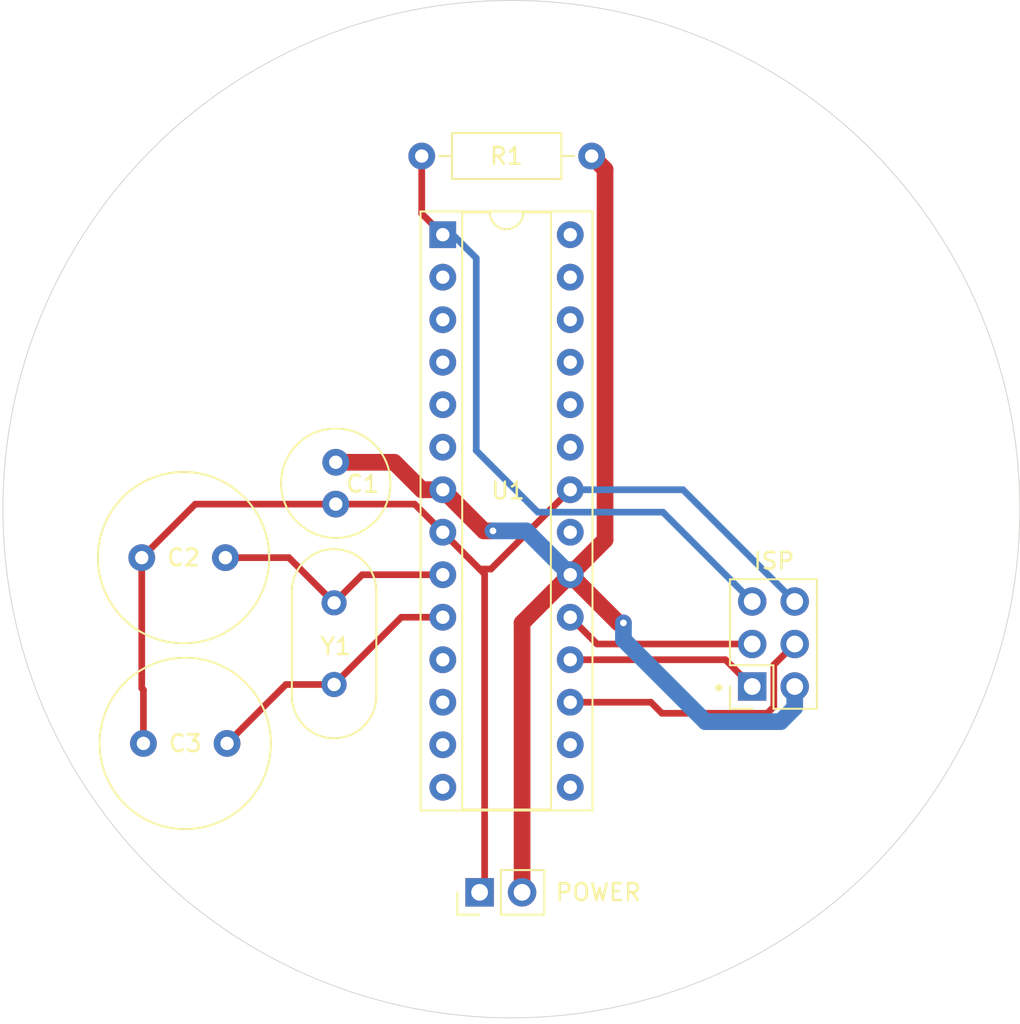
<source format=kicad_pcb>
(kicad_pcb (version 20171130) (host pcbnew "(5.1.8-0-10_14)")

  (general
    (thickness 1.6)
    (drawings 5)
    (tracks 62)
    (zones 0)
    (modules 12)
    (nets 9)
  )

  (page A4)
  (layers
    (0 F.Cu signal)
    (31 B.Cu signal)
    (32 B.Adhes user hide)
    (33 F.Adhes user hide)
    (34 B.Paste user hide)
    (35 F.Paste user hide)
    (36 B.SilkS user)
    (37 F.SilkS user)
    (38 B.Mask user hide)
    (39 F.Mask user hide)
    (40 Dwgs.User user hide)
    (41 Cmts.User user hide)
    (42 Eco1.User user hide)
    (43 Eco2.User user hide)
    (44 Edge.Cuts user)
    (45 Margin user)
    (46 B.CrtYd user hide)
    (47 F.CrtYd user hide)
    (48 B.Fab user hide)
    (49 F.Fab user hide)
  )

  (setup
    (last_trace_width 0.4)
    (trace_clearance 0.2)
    (zone_clearance 0.508)
    (zone_45_only no)
    (trace_min 0.2)
    (via_size 0.8)
    (via_drill 0.4)
    (via_min_size 0.4)
    (via_min_drill 0.3)
    (uvia_size 0.3)
    (uvia_drill 0.1)
    (uvias_allowed no)
    (uvia_min_size 0.2)
    (uvia_min_drill 0.1)
    (edge_width 0.05)
    (segment_width 0.2)
    (pcb_text_width 0.3)
    (pcb_text_size 1.5 1.5)
    (mod_edge_width 0.12)
    (mod_text_size 1 1)
    (mod_text_width 0.15)
    (pad_size 1.524 1.524)
    (pad_drill 0.762)
    (pad_to_mask_clearance 0)
    (aux_axis_origin 0 0)
    (visible_elements FFFFFF7F)
    (pcbplotparams
      (layerselection 0x010fc_ffffffff)
      (usegerberextensions false)
      (usegerberattributes true)
      (usegerberadvancedattributes true)
      (creategerberjobfile true)
      (excludeedgelayer true)
      (linewidth 0.100000)
      (plotframeref false)
      (viasonmask false)
      (mode 1)
      (useauxorigin false)
      (hpglpennumber 1)
      (hpglpenspeed 20)
      (hpglpendiameter 15.000000)
      (psnegative false)
      (psa4output false)
      (plotreference true)
      (plotvalue true)
      (plotinvisibletext false)
      (padsonsilk false)
      (subtractmaskfromsilk false)
      (outputformat 1)
      (mirror false)
      (drillshape 1)
      (scaleselection 1)
      (outputdirectory ""))
  )

  (net 0 "")
  (net 1 GND)
  (net 2 +5V)
  (net 3 "Net-(C2-Pad2)")
  (net 4 "Net-(C3-Pad2)")
  (net 5 /RESET)
  (net 6 /MOSI)
  (net 7 /SCK)
  (net 8 /MISO)

  (net_class Default "This is the default net class."
    (clearance 0.2)
    (trace_width 0.4)
    (via_dia 0.8)
    (via_drill 0.4)
    (uvia_dia 0.3)
    (uvia_drill 0.1)
    (add_net +5V)
    (add_net /MISO)
    (add_net /MOSI)
    (add_net /RESET)
    (add_net /SCK)
    (add_net GND)
    (add_net "Net-(C2-Pad2)")
    (add_net "Net-(C3-Pad2)")
    (add_net "Net-(U1-Pad11)")
    (add_net "Net-(U1-Pad12)")
    (add_net "Net-(U1-Pad13)")
    (add_net "Net-(U1-Pad14)")
    (add_net "Net-(U1-Pad15)")
    (add_net "Net-(U1-Pad16)")
    (add_net "Net-(U1-Pad2)")
    (add_net "Net-(U1-Pad21)")
    (add_net "Net-(U1-Pad23)")
    (add_net "Net-(U1-Pad24)")
    (add_net "Net-(U1-Pad25)")
    (add_net "Net-(U1-Pad26)")
    (add_net "Net-(U1-Pad27)")
    (add_net "Net-(U1-Pad28)")
    (add_net "Net-(U1-Pad3)")
    (add_net "Net-(U1-Pad4)")
    (add_net "Net-(U1-Pad5)")
    (add_net "Net-(U1-Pad6)")
  )

  (net_class PWR ""
    (clearance 0.2)
    (trace_width 1)
    (via_dia 0.8)
    (via_drill 0.4)
    (uvia_dia 0.3)
    (uvia_drill 0.1)
  )

  (module MountingHole:MountingHole_3.2mm_M3 (layer F.Cu) (tedit 56D1B4CB) (tstamp 615CEC98)
    (at 129.5 72.1)
    (descr "Mounting Hole 3.2mm, no annular, M3")
    (tags "mounting hole 3.2mm no annular m3")
    (path /6162CBFC)
    (attr virtual)
    (fp_text reference H4 (at 0 -4.2) (layer F.Fab)
      (effects (font (size 1 1) (thickness 0.15)))
    )
    (fp_text value MountingHole (at 0 4.2) (layer F.Fab)
      (effects (font (size 1 1) (thickness 0.15)))
    )
    (fp_circle (center 0 0) (end 3.45 0) (layer F.CrtYd) (width 0.05))
    (fp_circle (center 0 0) (end 3.2 0) (layer Cmts.User) (width 0.15))
    (fp_text user %R (at 0.3 0) (layer F.Fab)
      (effects (font (size 1 1) (thickness 0.15)))
    )
    (pad 1 np_thru_hole circle (at 0 0) (size 3.2 3.2) (drill 3.2) (layers *.Cu *.Mask))
  )

  (module MountingHole:MountingHole_3.2mm_M3 (layer F.Cu) (tedit 56D1B4CB) (tstamp 615CEE24)
    (at 183.4 72.1)
    (descr "Mounting Hole 3.2mm, no annular, M3")
    (tags "mounting hole 3.2mm no annular m3")
    (path /6162CBA7)
    (attr virtual)
    (fp_text reference H3 (at 0 -4.2) (layer F.Fab)
      (effects (font (size 1 1) (thickness 0.15)))
    )
    (fp_text value MountingHole (at 0 4.2) (layer F.Fab)
      (effects (font (size 1 1) (thickness 0.15)))
    )
    (fp_circle (center 0 0) (end 3.45 0) (layer F.CrtYd) (width 0.05))
    (fp_circle (center 0 0) (end 3.2 0) (layer Cmts.User) (width 0.15))
    (fp_text user %R (at 0.3 0) (layer F.Fab)
      (effects (font (size 1 1) (thickness 0.15)))
    )
    (pad 1 np_thru_hole circle (at 0 0) (size 3.2 3.2) (drill 3.2) (layers *.Cu *.Mask))
  )

  (module MountingHole:MountingHole_3.2mm_M3 (layer F.Cu) (tedit 56D1B4CB) (tstamp 615CEC88)
    (at 156.9 45.4)
    (descr "Mounting Hole 3.2mm, no annular, M3")
    (tags "mounting hole 3.2mm no annular m3")
    (path /6162C8FF)
    (attr virtual)
    (fp_text reference H2 (at 0 -4.2) (layer F.Fab)
      (effects (font (size 1 1) (thickness 0.15)))
    )
    (fp_text value MountingHole (at 0 4.2) (layer F.Fab)
      (effects (font (size 1 1) (thickness 0.15)))
    )
    (fp_circle (center 0 0) (end 3.45 0) (layer F.CrtYd) (width 0.05))
    (fp_circle (center 0 0) (end 3.2 0) (layer Cmts.User) (width 0.15))
    (fp_text user %R (at 0.3 0) (layer F.Fab)
      (effects (font (size 1 1) (thickness 0.15)))
    )
    (pad 1 np_thru_hole circle (at 0 0) (size 3.2 3.2) (drill 3.2) (layers *.Cu *.Mask))
  )

  (module MountingHole:MountingHole_3.2mm_M3 (layer F.Cu) (tedit 56D1B4CB) (tstamp 615CEC80)
    (at 156.9 99.4)
    (descr "Mounting Hole 3.2mm, no annular, M3")
    (tags "mounting hole 3.2mm no annular m3")
    (path /6162C3BB)
    (attr virtual)
    (fp_text reference H1 (at 0 -4.2) (layer F.Fab)
      (effects (font (size 1 1) (thickness 0.15)))
    )
    (fp_text value MountingHole (at 0 4.2) (layer F.Fab)
      (effects (font (size 1 1) (thickness 0.15)))
    )
    (fp_circle (center 0 0) (end 3.45 0) (layer F.CrtYd) (width 0.05))
    (fp_circle (center 0 0) (end 3.2 0) (layer Cmts.User) (width 0.15))
    (fp_text user %R (at 0.3 0) (layer F.Fab)
      (effects (font (size 1 1) (thickness 0.15)))
    )
    (pad 1 np_thru_hole circle (at 0 0) (size 3.2 3.2) (drill 3.2) (layers *.Cu *.Mask))
  )

  (module Connector_PinHeader_2.54mm:PinHeader_1x02_P2.54mm_Vertical (layer F.Cu) (tedit 59FED5CC) (tstamp 615CDF81)
    (at 154.7 95 90)
    (descr "Through hole straight pin header, 1x02, 2.54mm pitch, single row")
    (tags "Through hole pin header THT 1x02 2.54mm single row")
    (path /6161A42A)
    (fp_text reference J2 (at 0 -2.8 180) (layer F.Fab)
      (effects (font (size 1 1) (thickness 0.15)))
    )
    (fp_text value PWR (at 0 4.87 90) (layer F.Fab)
      (effects (font (size 1 1) (thickness 0.15)))
    )
    (fp_line (start 1.8 -1.8) (end -1.8 -1.8) (layer F.CrtYd) (width 0.05))
    (fp_line (start 1.8 4.35) (end 1.8 -1.8) (layer F.CrtYd) (width 0.05))
    (fp_line (start -1.8 4.35) (end 1.8 4.35) (layer F.CrtYd) (width 0.05))
    (fp_line (start -1.8 -1.8) (end -1.8 4.35) (layer F.CrtYd) (width 0.05))
    (fp_line (start -1.33 -1.33) (end 0 -1.33) (layer F.SilkS) (width 0.12))
    (fp_line (start -1.33 0) (end -1.33 -1.33) (layer F.SilkS) (width 0.12))
    (fp_line (start -1.33 1.27) (end 1.33 1.27) (layer F.SilkS) (width 0.12))
    (fp_line (start 1.33 1.27) (end 1.33 3.87) (layer F.SilkS) (width 0.12))
    (fp_line (start -1.33 1.27) (end -1.33 3.87) (layer F.SilkS) (width 0.12))
    (fp_line (start -1.33 3.87) (end 1.33 3.87) (layer F.SilkS) (width 0.12))
    (fp_line (start -1.27 -0.635) (end -0.635 -1.27) (layer F.Fab) (width 0.1))
    (fp_line (start -1.27 3.81) (end -1.27 -0.635) (layer F.Fab) (width 0.1))
    (fp_line (start 1.27 3.81) (end -1.27 3.81) (layer F.Fab) (width 0.1))
    (fp_line (start 1.27 -1.27) (end 1.27 3.81) (layer F.Fab) (width 0.1))
    (fp_line (start -0.635 -1.27) (end 1.27 -1.27) (layer F.Fab) (width 0.1))
    (fp_text user %R (at 0 1.27) (layer F.Fab)
      (effects (font (size 1 1) (thickness 0.15)))
    )
    (pad 2 thru_hole oval (at 0 2.54 90) (size 1.7 1.7) (drill 1) (layers *.Cu *.Mask)
      (net 2 +5V))
    (pad 1 thru_hole rect (at 0 0 90) (size 1.7 1.7) (drill 1) (layers *.Cu *.Mask)
      (net 1 GND))
    (model ${KISYS3DMOD}/Connector_PinHeader_2.54mm.3dshapes/PinHeader_1x02_P2.54mm_Vertical.wrl
      (at (xyz 0 0 0))
      (scale (xyz 1 1 1))
      (rotate (xyz 0 0 0))
    )
  )

  (module Crystal:Crystal_HC49-U_Vertical (layer F.Cu) (tedit 5A1AD3B8) (tstamp 615CD63B)
    (at 146 77.7 270)
    (descr "Crystal THT HC-49/U http://5hertz.com/pdfs/04404_D.pdf")
    (tags "THT crystalHC-49/U")
    (path /615EDB3E)
    (fp_text reference Y1 (at 2.6 -0.1 180) (layer F.SilkS)
      (effects (font (size 1 1) (thickness 0.15)))
    )
    (fp_text value Crystal (at 2.44 3.525 90) (layer F.Fab)
      (effects (font (size 1 1) (thickness 0.15)))
    )
    (fp_line (start 8.4 -2.8) (end -3.5 -2.8) (layer F.CrtYd) (width 0.05))
    (fp_line (start 8.4 2.8) (end 8.4 -2.8) (layer F.CrtYd) (width 0.05))
    (fp_line (start -3.5 2.8) (end 8.4 2.8) (layer F.CrtYd) (width 0.05))
    (fp_line (start -3.5 -2.8) (end -3.5 2.8) (layer F.CrtYd) (width 0.05))
    (fp_line (start -0.685 2.525) (end 5.565 2.525) (layer F.SilkS) (width 0.12))
    (fp_line (start -0.685 -2.525) (end 5.565 -2.525) (layer F.SilkS) (width 0.12))
    (fp_line (start -0.56 2) (end 5.44 2) (layer F.Fab) (width 0.1))
    (fp_line (start -0.56 -2) (end 5.44 -2) (layer F.Fab) (width 0.1))
    (fp_line (start -0.685 2.325) (end 5.565 2.325) (layer F.Fab) (width 0.1))
    (fp_line (start -0.685 -2.325) (end 5.565 -2.325) (layer F.Fab) (width 0.1))
    (fp_arc (start 5.565 0) (end 5.565 -2.525) (angle 180) (layer F.SilkS) (width 0.12))
    (fp_arc (start -0.685 0) (end -0.685 -2.525) (angle -180) (layer F.SilkS) (width 0.12))
    (fp_arc (start 5.44 0) (end 5.44 -2) (angle 180) (layer F.Fab) (width 0.1))
    (fp_arc (start -0.56 0) (end -0.56 -2) (angle -180) (layer F.Fab) (width 0.1))
    (fp_arc (start 5.565 0) (end 5.565 -2.325) (angle 180) (layer F.Fab) (width 0.1))
    (fp_arc (start -0.685 0) (end -0.685 -2.325) (angle -180) (layer F.Fab) (width 0.1))
    (fp_text user %R (at 2.44 0 90) (layer F.Fab)
      (effects (font (size 1 1) (thickness 0.15)))
    )
    (pad 2 thru_hole circle (at 4.88 0 270) (size 1.5 1.5) (drill 0.8) (layers *.Cu *.Mask)
      (net 4 "Net-(C3-Pad2)"))
    (pad 1 thru_hole circle (at 0 0 270) (size 1.5 1.5) (drill 0.8) (layers *.Cu *.Mask)
      (net 3 "Net-(C2-Pad2)"))
    (model ${KISYS3DMOD}/Crystal.3dshapes/Crystal_HC49-U_Vertical.wrl
      (at (xyz 0 0 0))
      (scale (xyz 1 1 1))
      (rotate (xyz 0 0 0))
    )
  )

  (module Package_DIP:DIP-28_W7.62mm_Socket (layer F.Cu) (tedit 5A02E8C5) (tstamp 615CD624)
    (at 152.5 55.7)
    (descr "28-lead though-hole mounted DIP package, row spacing 7.62 mm (300 mils), Socket")
    (tags "THT DIP DIL PDIP 2.54mm 7.62mm 300mil Socket")
    (path /615C7671)
    (fp_text reference U1 (at 3.9 15.3) (layer F.SilkS)
      (effects (font (size 1 1) (thickness 0.15)))
    )
    (fp_text value ATmega328P-PU (at 3.81 35.35) (layer F.Fab)
      (effects (font (size 1 1) (thickness 0.15)))
    )
    (fp_line (start 9.15 -1.6) (end -1.55 -1.6) (layer F.CrtYd) (width 0.05))
    (fp_line (start 9.15 34.65) (end 9.15 -1.6) (layer F.CrtYd) (width 0.05))
    (fp_line (start -1.55 34.65) (end 9.15 34.65) (layer F.CrtYd) (width 0.05))
    (fp_line (start -1.55 -1.6) (end -1.55 34.65) (layer F.CrtYd) (width 0.05))
    (fp_line (start 8.95 -1.39) (end -1.33 -1.39) (layer F.SilkS) (width 0.12))
    (fp_line (start 8.95 34.41) (end 8.95 -1.39) (layer F.SilkS) (width 0.12))
    (fp_line (start -1.33 34.41) (end 8.95 34.41) (layer F.SilkS) (width 0.12))
    (fp_line (start -1.33 -1.39) (end -1.33 34.41) (layer F.SilkS) (width 0.12))
    (fp_line (start 6.46 -1.33) (end 4.81 -1.33) (layer F.SilkS) (width 0.12))
    (fp_line (start 6.46 34.35) (end 6.46 -1.33) (layer F.SilkS) (width 0.12))
    (fp_line (start 1.16 34.35) (end 6.46 34.35) (layer F.SilkS) (width 0.12))
    (fp_line (start 1.16 -1.33) (end 1.16 34.35) (layer F.SilkS) (width 0.12))
    (fp_line (start 2.81 -1.33) (end 1.16 -1.33) (layer F.SilkS) (width 0.12))
    (fp_line (start 8.89 -1.33) (end -1.27 -1.33) (layer F.Fab) (width 0.1))
    (fp_line (start 8.89 34.35) (end 8.89 -1.33) (layer F.Fab) (width 0.1))
    (fp_line (start -1.27 34.35) (end 8.89 34.35) (layer F.Fab) (width 0.1))
    (fp_line (start -1.27 -1.33) (end -1.27 34.35) (layer F.Fab) (width 0.1))
    (fp_line (start 0.635 -0.27) (end 1.635 -1.27) (layer F.Fab) (width 0.1))
    (fp_line (start 0.635 34.29) (end 0.635 -0.27) (layer F.Fab) (width 0.1))
    (fp_line (start 6.985 34.29) (end 0.635 34.29) (layer F.Fab) (width 0.1))
    (fp_line (start 6.985 -1.27) (end 6.985 34.29) (layer F.Fab) (width 0.1))
    (fp_line (start 1.635 -1.27) (end 6.985 -1.27) (layer F.Fab) (width 0.1))
    (fp_text user %R (at 3.81 16.51) (layer F.Fab)
      (effects (font (size 1 1) (thickness 0.15)))
    )
    (fp_arc (start 3.81 -1.33) (end 2.81 -1.33) (angle -180) (layer F.SilkS) (width 0.12))
    (pad 28 thru_hole oval (at 7.62 0) (size 1.6 1.6) (drill 0.8) (layers *.Cu *.Mask))
    (pad 14 thru_hole oval (at 0 33.02) (size 1.6 1.6) (drill 0.8) (layers *.Cu *.Mask))
    (pad 27 thru_hole oval (at 7.62 2.54) (size 1.6 1.6) (drill 0.8) (layers *.Cu *.Mask))
    (pad 13 thru_hole oval (at 0 30.48) (size 1.6 1.6) (drill 0.8) (layers *.Cu *.Mask))
    (pad 26 thru_hole oval (at 7.62 5.08) (size 1.6 1.6) (drill 0.8) (layers *.Cu *.Mask))
    (pad 12 thru_hole oval (at 0 27.94) (size 1.6 1.6) (drill 0.8) (layers *.Cu *.Mask))
    (pad 25 thru_hole oval (at 7.62 7.62) (size 1.6 1.6) (drill 0.8) (layers *.Cu *.Mask))
    (pad 11 thru_hole oval (at 0 25.4) (size 1.6 1.6) (drill 0.8) (layers *.Cu *.Mask))
    (pad 24 thru_hole oval (at 7.62 10.16) (size 1.6 1.6) (drill 0.8) (layers *.Cu *.Mask))
    (pad 10 thru_hole oval (at 0 22.86) (size 1.6 1.6) (drill 0.8) (layers *.Cu *.Mask)
      (net 4 "Net-(C3-Pad2)"))
    (pad 23 thru_hole oval (at 7.62 12.7) (size 1.6 1.6) (drill 0.8) (layers *.Cu *.Mask))
    (pad 9 thru_hole oval (at 0 20.32) (size 1.6 1.6) (drill 0.8) (layers *.Cu *.Mask)
      (net 3 "Net-(C2-Pad2)"))
    (pad 22 thru_hole oval (at 7.62 15.24) (size 1.6 1.6) (drill 0.8) (layers *.Cu *.Mask)
      (net 1 GND))
    (pad 8 thru_hole oval (at 0 17.78) (size 1.6 1.6) (drill 0.8) (layers *.Cu *.Mask)
      (net 1 GND))
    (pad 21 thru_hole oval (at 7.62 17.78) (size 1.6 1.6) (drill 0.8) (layers *.Cu *.Mask))
    (pad 7 thru_hole oval (at 0 15.24) (size 1.6 1.6) (drill 0.8) (layers *.Cu *.Mask)
      (net 2 +5V))
    (pad 20 thru_hole oval (at 7.62 20.32) (size 1.6 1.6) (drill 0.8) (layers *.Cu *.Mask)
      (net 2 +5V))
    (pad 6 thru_hole oval (at 0 12.7) (size 1.6 1.6) (drill 0.8) (layers *.Cu *.Mask))
    (pad 19 thru_hole oval (at 7.62 22.86) (size 1.6 1.6) (drill 0.8) (layers *.Cu *.Mask)
      (net 7 /SCK))
    (pad 5 thru_hole oval (at 0 10.16) (size 1.6 1.6) (drill 0.8) (layers *.Cu *.Mask))
    (pad 18 thru_hole oval (at 7.62 25.4) (size 1.6 1.6) (drill 0.8) (layers *.Cu *.Mask)
      (net 8 /MISO))
    (pad 4 thru_hole oval (at 0 7.62) (size 1.6 1.6) (drill 0.8) (layers *.Cu *.Mask))
    (pad 17 thru_hole oval (at 7.62 27.94) (size 1.6 1.6) (drill 0.8) (layers *.Cu *.Mask)
      (net 6 /MOSI))
    (pad 3 thru_hole oval (at 0 5.08) (size 1.6 1.6) (drill 0.8) (layers *.Cu *.Mask))
    (pad 16 thru_hole oval (at 7.62 30.48) (size 1.6 1.6) (drill 0.8) (layers *.Cu *.Mask))
    (pad 2 thru_hole oval (at 0 2.54) (size 1.6 1.6) (drill 0.8) (layers *.Cu *.Mask))
    (pad 15 thru_hole oval (at 7.62 33.02) (size 1.6 1.6) (drill 0.8) (layers *.Cu *.Mask))
    (pad 1 thru_hole rect (at 0 0) (size 1.6 1.6) (drill 0.8) (layers *.Cu *.Mask)
      (net 5 /RESET))
    (model ${KISYS3DMOD}/Package_DIP.3dshapes/DIP-28_W7.62mm_Socket.wrl
      (at (xyz 0 0 0))
      (scale (xyz 1 1 1))
      (rotate (xyz 0 0 0))
    )
  )

  (module Resistor_THT:R_Axial_DIN0207_L6.3mm_D2.5mm_P10.16mm_Horizontal (layer F.Cu) (tedit 5AE5139B) (tstamp 615CDA2C)
    (at 161.4 51 180)
    (descr "Resistor, Axial_DIN0207 series, Axial, Horizontal, pin pitch=10.16mm, 0.25W = 1/4W, length*diameter=6.3*2.5mm^2, http://cdn-reichelt.de/documents/datenblatt/B400/1_4W%23YAG.pdf")
    (tags "Resistor Axial_DIN0207 series Axial Horizontal pin pitch 10.16mm 0.25W = 1/4W length 6.3mm diameter 2.5mm")
    (path /615E18C4)
    (fp_text reference R1 (at 5.1 0) (layer F.SilkS)
      (effects (font (size 1 1) (thickness 0.15)))
    )
    (fp_text value 10K (at 5.08 2.37) (layer F.Fab)
      (effects (font (size 1 1) (thickness 0.15)))
    )
    (fp_line (start 11.21 -1.5) (end -1.05 -1.5) (layer F.CrtYd) (width 0.05))
    (fp_line (start 11.21 1.5) (end 11.21 -1.5) (layer F.CrtYd) (width 0.05))
    (fp_line (start -1.05 1.5) (end 11.21 1.5) (layer F.CrtYd) (width 0.05))
    (fp_line (start -1.05 -1.5) (end -1.05 1.5) (layer F.CrtYd) (width 0.05))
    (fp_line (start 9.12 0) (end 8.35 0) (layer F.SilkS) (width 0.12))
    (fp_line (start 1.04 0) (end 1.81 0) (layer F.SilkS) (width 0.12))
    (fp_line (start 8.35 -1.37) (end 1.81 -1.37) (layer F.SilkS) (width 0.12))
    (fp_line (start 8.35 1.37) (end 8.35 -1.37) (layer F.SilkS) (width 0.12))
    (fp_line (start 1.81 1.37) (end 8.35 1.37) (layer F.SilkS) (width 0.12))
    (fp_line (start 1.81 -1.37) (end 1.81 1.37) (layer F.SilkS) (width 0.12))
    (fp_line (start 10.16 0) (end 8.23 0) (layer F.Fab) (width 0.1))
    (fp_line (start 0 0) (end 1.93 0) (layer F.Fab) (width 0.1))
    (fp_line (start 8.23 -1.25) (end 1.93 -1.25) (layer F.Fab) (width 0.1))
    (fp_line (start 8.23 1.25) (end 8.23 -1.25) (layer F.Fab) (width 0.1))
    (fp_line (start 1.93 1.25) (end 8.23 1.25) (layer F.Fab) (width 0.1))
    (fp_line (start 1.93 -1.25) (end 1.93 1.25) (layer F.Fab) (width 0.1))
    (fp_text user %R (at 5.08 0) (layer F.Fab)
      (effects (font (size 1 1) (thickness 0.15)))
    )
    (pad 2 thru_hole oval (at 10.16 0 180) (size 1.6 1.6) (drill 0.8) (layers *.Cu *.Mask)
      (net 5 /RESET))
    (pad 1 thru_hole circle (at 0 0 180) (size 1.6 1.6) (drill 0.8) (layers *.Cu *.Mask)
      (net 2 +5V))
    (model ${KISYS3DMOD}/Resistor_THT.3dshapes/R_Axial_DIN0207_L6.3mm_D2.5mm_P10.16mm_Horizontal.wrl
      (at (xyz 0 0 0))
      (scale (xyz 1 1 1))
      (rotate (xyz 0 0 0))
    )
  )

  (module Connector_PinSocket_2.54mm:PinSocket_2x03_P2.54mm_Vertical (layer F.Cu) (tedit 5A19A425) (tstamp 615CD5D5)
    (at 171 82.7 180)
    (descr "Through hole straight socket strip, 2x03, 2.54mm pitch, double cols (from Kicad 4.0.7), script generated")
    (tags "Through hole socket strip THT 2x03 2.54mm double row")
    (path /615DB577)
    (fp_text reference J1 (at -1.27 -2.77) (layer F.Fab)
      (effects (font (size 1 1) (thickness 0.15)))
    )
    (fp_text value ISP (at -1.27 7.85) (layer F.Fab)
      (effects (font (size 1 1) (thickness 0.15)))
    )
    (fp_line (start -4.34 6.85) (end -4.34 -1.8) (layer F.CrtYd) (width 0.05))
    (fp_line (start 1.76 6.85) (end -4.34 6.85) (layer F.CrtYd) (width 0.05))
    (fp_line (start 1.76 -1.8) (end 1.76 6.85) (layer F.CrtYd) (width 0.05))
    (fp_line (start -4.34 -1.8) (end 1.76 -1.8) (layer F.CrtYd) (width 0.05))
    (fp_line (start 0 -1.33) (end 1.33 -1.33) (layer F.SilkS) (width 0.12))
    (fp_line (start 1.33 -1.33) (end 1.33 0) (layer F.SilkS) (width 0.12))
    (fp_line (start -1.27 -1.33) (end -1.27 1.27) (layer F.SilkS) (width 0.12))
    (fp_line (start -1.27 1.27) (end 1.33 1.27) (layer F.SilkS) (width 0.12))
    (fp_line (start 1.33 1.27) (end 1.33 6.41) (layer F.SilkS) (width 0.12))
    (fp_line (start -3.87 6.41) (end 1.33 6.41) (layer F.SilkS) (width 0.12))
    (fp_line (start -3.87 -1.33) (end -3.87 6.41) (layer F.SilkS) (width 0.12))
    (fp_line (start -3.87 -1.33) (end -1.27 -1.33) (layer F.SilkS) (width 0.12))
    (fp_line (start -3.81 6.35) (end -3.81 -1.27) (layer F.Fab) (width 0.1))
    (fp_line (start 1.27 6.35) (end -3.81 6.35) (layer F.Fab) (width 0.1))
    (fp_line (start 1.27 -0.27) (end 1.27 6.35) (layer F.Fab) (width 0.1))
    (fp_line (start 0.27 -1.27) (end 1.27 -0.27) (layer F.Fab) (width 0.1))
    (fp_line (start -3.81 -1.27) (end 0.27 -1.27) (layer F.Fab) (width 0.1))
    (fp_text user %R (at -1.27 2.54 90) (layer F.Fab)
      (effects (font (size 1 1) (thickness 0.15)))
    )
    (pad 6 thru_hole oval (at -2.54 5.08 180) (size 1.7 1.7) (drill 1) (layers *.Cu *.Mask)
      (net 1 GND))
    (pad 5 thru_hole oval (at 0 5.08 180) (size 1.7 1.7) (drill 1) (layers *.Cu *.Mask)
      (net 5 /RESET))
    (pad 4 thru_hole oval (at -2.54 2.54 180) (size 1.7 1.7) (drill 1) (layers *.Cu *.Mask)
      (net 6 /MOSI))
    (pad 3 thru_hole oval (at 0 2.54 180) (size 1.7 1.7) (drill 1) (layers *.Cu *.Mask)
      (net 7 /SCK))
    (pad 2 thru_hole oval (at -2.54 0 180) (size 1.7 1.7) (drill 1) (layers *.Cu *.Mask)
      (net 2 +5V))
    (pad 1 thru_hole rect (at 0 0 180) (size 1.7 1.7) (drill 1) (layers *.Cu *.Mask)
      (net 8 /MISO))
    (model ${KISYS3DMOD}/Connector_PinSocket_2.54mm.3dshapes/PinSocket_2x03_P2.54mm_Vertical.wrl
      (at (xyz 0 0 0))
      (scale (xyz 1 1 1))
      (rotate (xyz 0 0 0))
    )
  )

  (module Capacitor_THT:C_Radial_D10.0mm_H12.5mm_P5.00mm (layer F.Cu) (tedit 5BC5C9BA) (tstamp 615CD5B9)
    (at 134.6 86.1)
    (descr "C, Radial series, Radial, pin pitch=5.00mm, diameter=10mm, height=12.5mm, Non-Polar Electrolytic Capacitor")
    (tags "C Radial series Radial pin pitch 5.00mm diameter 10mm height 12.5mm Non-Polar Electrolytic Capacitor")
    (path /615F018A)
    (fp_text reference C3 (at 2.5 0) (layer F.SilkS)
      (effects (font (size 1 1) (thickness 0.15)))
    )
    (fp_text value 22pF (at 2.5 6.25) (layer F.Fab)
      (effects (font (size 1 1) (thickness 0.15)))
    )
    (fp_circle (center 2.5 0) (end 7.75 0) (layer F.CrtYd) (width 0.05))
    (fp_circle (center 2.5 0) (end 7.62 0) (layer F.SilkS) (width 0.12))
    (fp_circle (center 2.5 0) (end 7.5 0) (layer F.Fab) (width 0.1))
    (fp_text user %R (at 2.5 0) (layer F.Fab)
      (effects (font (size 1 1) (thickness 0.15)))
    )
    (pad 2 thru_hole circle (at 5 0) (size 1.6 1.6) (drill 0.8) (layers *.Cu *.Mask)
      (net 4 "Net-(C3-Pad2)"))
    (pad 1 thru_hole circle (at 0 0) (size 1.6 1.6) (drill 0.8) (layers *.Cu *.Mask)
      (net 1 GND))
    (model ${KISYS3DMOD}/Capacitor_THT.3dshapes/C_Radial_D10.0mm_H12.5mm_P5.00mm.wrl
      (at (xyz 0 0 0))
      (scale (xyz 1 1 1))
      (rotate (xyz 0 0 0))
    )
  )

  (module Capacitor_THT:C_Radial_D10.0mm_H12.5mm_P5.00mm (layer F.Cu) (tedit 5BC5C9BA) (tstamp 615CD5AF)
    (at 134.5 75)
    (descr "C, Radial series, Radial, pin pitch=5.00mm, diameter=10mm, height=12.5mm, Non-Polar Electrolytic Capacitor")
    (tags "C Radial series Radial pin pitch 5.00mm diameter 10mm height 12.5mm Non-Polar Electrolytic Capacitor")
    (path /615EF450)
    (fp_text reference C2 (at 2.5 0) (layer F.SilkS)
      (effects (font (size 1 1) (thickness 0.15)))
    )
    (fp_text value 22pF (at 2.5 6.25) (layer F.Fab)
      (effects (font (size 1 1) (thickness 0.15)))
    )
    (fp_circle (center 2.5 0) (end 7.75 0) (layer F.CrtYd) (width 0.05))
    (fp_circle (center 2.5 0) (end 7.62 0) (layer F.SilkS) (width 0.12))
    (fp_circle (center 2.5 0) (end 7.5 0) (layer F.Fab) (width 0.1))
    (fp_text user %R (at 2.5 0) (layer F.Fab)
      (effects (font (size 1 1) (thickness 0.15)))
    )
    (pad 2 thru_hole circle (at 5 0) (size 1.6 1.6) (drill 0.8) (layers *.Cu *.Mask)
      (net 3 "Net-(C2-Pad2)"))
    (pad 1 thru_hole circle (at 0 0) (size 1.6 1.6) (drill 0.8) (layers *.Cu *.Mask)
      (net 1 GND))
    (model ${KISYS3DMOD}/Capacitor_THT.3dshapes/C_Radial_D10.0mm_H12.5mm_P5.00mm.wrl
      (at (xyz 0 0 0))
      (scale (xyz 1 1 1))
      (rotate (xyz 0 0 0))
    )
  )

  (module Capacitor_THT:C_Radial_D6.3mm_H5.0mm_P2.50mm (layer F.Cu) (tedit 5BC5C9B9) (tstamp 615CD5A5)
    (at 146.1 69.3 270)
    (descr "C, Radial series, Radial, pin pitch=2.50mm, diameter=6.3mm, height=5mm, Non-Polar Electrolytic Capacitor")
    (tags "C Radial series Radial pin pitch 2.50mm diameter 6.3mm height 5mm Non-Polar Electrolytic Capacitor")
    (path /615D692F)
    (fp_text reference C1 (at 1.3 -1.6) (layer F.SilkS)
      (effects (font (size 1 1) (thickness 0.15)))
    )
    (fp_text value 100nF (at 1.25 4.4 90) (layer F.Fab)
      (effects (font (size 1 1) (thickness 0.15)))
    )
    (fp_circle (center 1.25 0) (end 4.65 0) (layer F.CrtYd) (width 0.05))
    (fp_circle (center 1.25 0) (end 4.52 0) (layer F.SilkS) (width 0.12))
    (fp_circle (center 1.25 0) (end 4.4 0) (layer F.Fab) (width 0.1))
    (fp_text user %R (at 1.25 0 90) (layer F.Fab)
      (effects (font (size 1 1) (thickness 0.15)))
    )
    (pad 2 thru_hole circle (at 2.5 0 270) (size 1.6 1.6) (drill 0.8) (layers *.Cu *.Mask)
      (net 1 GND))
    (pad 1 thru_hole circle (at 0 0 270) (size 1.6 1.6) (drill 0.8) (layers *.Cu *.Mask)
      (net 2 +5V))
    (model ${KISYS3DMOD}/Capacitor_THT.3dshapes/C_Radial_D6.3mm_H5.0mm_P2.50mm.wrl
      (at (xyz 0 0 0))
      (scale (xyz 1 1 1))
      (rotate (xyz 0 0 0))
    )
  )

  (gr_text • (at 169 82.7) (layer F.SilkS) (tstamp 615CF137)
    (effects (font (size 1 1) (thickness 0.15)))
  )
  (gr_text ISP (at 172.3 75.2) (layer F.SilkS) (tstamp 615CF134)
    (effects (font (size 1 1) (thickness 0.15)))
  )
  (gr_text POWER (at 161.8 95) (layer F.SilkS)
    (effects (font (size 1 1) (thickness 0.15)))
  )
  (dimension 54 (width 0.15) (layer Cmts.User)
    (gr_text "54.000 mm" (at 156.5 30.4) (layer Cmts.User)
      (effects (font (size 1 1) (thickness 0.15)))
    )
    (feature1 (pts (xy 183.5 72.2) (xy 183.5 31.113579)))
    (feature2 (pts (xy 129.5 72.2) (xy 129.5 31.113579)))
    (crossbar (pts (xy 129.5 31.7) (xy 183.5 31.7)))
    (arrow1a (pts (xy 183.5 31.7) (xy 182.373496 32.286421)))
    (arrow1b (pts (xy 183.5 31.7) (xy 182.373496 31.113579)))
    (arrow2a (pts (xy 129.5 31.7) (xy 130.626504 32.286421)))
    (arrow2b (pts (xy 129.5 31.7) (xy 130.626504 31.113579)))
  )
  (gr_circle (center 156.6 72.1) (end 187 72.3) (layer Edge.Cuts) (width 0.05))

  (segment (start 154.7 75.68) (end 152.5 73.48) (width 0.4) (layer F.Cu) (net 1))
  (segment (start 150.82 71.8) (end 152.5 73.48) (width 0.4) (layer F.Cu) (net 1))
  (segment (start 146.1 71.8) (end 150.82 71.8) (width 0.4) (layer F.Cu) (net 1))
  (segment (start 155.38 75.68) (end 160.12 70.94) (width 0.4) (layer F.Cu) (net 1))
  (segment (start 154.7 75.68) (end 155.38 75.68) (width 0.4) (layer F.Cu) (net 1))
  (segment (start 134.6 86.1) (end 134.6 82.9) (width 0.4) (layer F.Cu) (net 1))
  (segment (start 134.5 82.8) (end 134.5 75) (width 0.4) (layer F.Cu) (net 1))
  (segment (start 134.6 82.9) (end 134.5 82.8) (width 0.4) (layer F.Cu) (net 1))
  (segment (start 137.7 71.8) (end 146.1 71.8) (width 0.4) (layer F.Cu) (net 1))
  (segment (start 134.5 75) (end 137.7 71.8) (width 0.4) (layer F.Cu) (net 1))
  (segment (start 166.86 70.94) (end 173.54 77.62) (width 0.4) (layer B.Cu) (net 1))
  (segment (start 160.12 70.94) (end 166.86 70.94) (width 0.4) (layer B.Cu) (net 1))
  (segment (start 155 75.98) (end 154.7 75.68) (width 0.4) (layer F.Cu) (net 1))
  (segment (start 155 94.7) (end 155 75.98) (width 0.4) (layer F.Cu) (net 1))
  (segment (start 154.7 95) (end 155 94.7) (width 0.4) (layer F.Cu) (net 1))
  (segment (start 157.24 78.9) (end 160.12 76.02) (width 1) (layer F.Cu) (net 2))
  (segment (start 157.24 95) (end 157.24 78.9) (width 1) (layer F.Cu) (net 2))
  (segment (start 162.2 73.94) (end 160.12 76.02) (width 1) (layer F.Cu) (net 2))
  (segment (start 162.2 51.8) (end 162.2 73.94) (width 1) (layer F.Cu) (net 2))
  (segment (start 161.4 51) (end 162.2 51.8) (width 1) (layer F.Cu) (net 2))
  (segment (start 151.24 70.94) (end 152.5 70.94) (width 1) (layer F.Cu) (net 2))
  (segment (start 149.6 69.3) (end 151.24 70.94) (width 1) (layer F.Cu) (net 2))
  (segment (start 146.1 69.3) (end 149.6 69.3) (width 1) (layer F.Cu) (net 2))
  (via (at 155.5 73.4) (size 0.8) (drill 0.4) (layers F.Cu B.Cu) (net 2))
  (segment (start 160.12 76.02) (end 157.5 73.4) (width 1) (layer B.Cu) (net 2))
  (segment (start 157.5 73.4) (end 155.5 73.4) (width 1) (layer B.Cu) (net 2))
  (segment (start 152.5 70.94) (end 154.96 73.4) (width 1) (layer F.Cu) (net 2))
  (segment (start 154.96 73.4) (end 155.5 73.4) (width 1) (layer F.Cu) (net 2))
  (via (at 163.299998 78.9) (size 0.8) (drill 0.4) (layers F.Cu B.Cu) (net 2))
  (segment (start 160.12 76.02) (end 163 78.9) (width 1) (layer F.Cu) (net 2))
  (segment (start 163 78.9) (end 163.299998 78.9) (width 1) (layer F.Cu) (net 2))
  (segment (start 168.2 84.8) (end 163.299998 79.899998) (width 1) (layer B.Cu) (net 2))
  (segment (start 163.299998 79.899998) (end 163.299998 78.9) (width 1) (layer B.Cu) (net 2))
  (segment (start 172.7 84.8) (end 168.2 84.8) (width 1) (layer B.Cu) (net 2))
  (segment (start 173.54 83.96) (end 172.7 84.8) (width 1) (layer B.Cu) (net 2))
  (segment (start 173.54 82.7) (end 173.54 83.96) (width 1) (layer B.Cu) (net 2))
  (segment (start 147.68 76.02) (end 146 77.7) (width 0.4) (layer F.Cu) (net 3))
  (segment (start 152.5 76.02) (end 147.68 76.02) (width 0.4) (layer F.Cu) (net 3))
  (segment (start 143.3 75) (end 146 77.7) (width 0.4) (layer F.Cu) (net 3))
  (segment (start 139.5 75) (end 143.3 75) (width 0.4) (layer F.Cu) (net 3))
  (segment (start 150.02 78.56) (end 146 82.58) (width 0.4) (layer F.Cu) (net 4))
  (segment (start 152.5 78.56) (end 150.02 78.56) (width 0.4) (layer F.Cu) (net 4))
  (segment (start 143.12 82.58) (end 139.6 86.1) (width 0.4) (layer F.Cu) (net 4))
  (segment (start 146 82.58) (end 143.12 82.58) (width 0.4) (layer F.Cu) (net 4))
  (segment (start 151.24 54.44) (end 152.5 55.7) (width 0.4) (layer F.Cu) (net 5))
  (segment (start 151.24 51) (end 151.24 54.44) (width 0.4) (layer F.Cu) (net 5))
  (segment (start 153.1 55.7) (end 152.5 55.7) (width 0.4) (layer B.Cu) (net 5))
  (segment (start 171 77.62) (end 165.659999 72.279999) (width 0.4) (layer B.Cu) (net 5))
  (segment (start 154.5 57.1) (end 153.1 55.7) (width 0.4) (layer B.Cu) (net 5))
  (segment (start 154.5 68.6) (end 154.5 57.1) (width 0.4) (layer B.Cu) (net 5))
  (segment (start 158.179999 72.279999) (end 154.5 68.6) (width 0.4) (layer B.Cu) (net 5))
  (segment (start 165.659999 72.279999) (end 158.179999 72.279999) (width 0.4) (layer B.Cu) (net 5))
  (segment (start 164.94 83.64) (end 160.12 83.64) (width 0.4) (layer F.Cu) (net 6))
  (segment (start 165.6 84.3) (end 164.94 83.64) (width 0.4) (layer F.Cu) (net 6))
  (segment (start 171.9 84.3) (end 165.6 84.3) (width 0.4) (layer F.Cu) (net 6))
  (segment (start 173.54 80.16) (end 172.289999 81.410001) (width 0.4) (layer F.Cu) (net 6))
  (segment (start 172.289999 83.910001) (end 171.9 84.3) (width 0.4) (layer F.Cu) (net 6))
  (segment (start 172.289999 81.410001) (end 172.289999 83.910001) (width 0.4) (layer F.Cu) (net 6))
  (segment (start 161.72 80.16) (end 171 80.16) (width 0.4) (layer F.Cu) (net 7))
  (segment (start 160.12 78.56) (end 161.72 80.16) (width 0.4) (layer F.Cu) (net 7))
  (segment (start 169.4 81.1) (end 171 82.7) (width 0.4) (layer F.Cu) (net 8))
  (segment (start 160.12 81.1) (end 169.4 81.1) (width 0.4) (layer F.Cu) (net 8))

  (zone (net 1) (net_name GND) (layer F.Cu) (tstamp 0) (hatch edge 0.508)
    (connect_pads (clearance 0.508))
    (min_thickness 0.254)
    (fill (arc_segments 32) (thermal_gap 0.508) (thermal_bridge_width 0.508))
    (polygon
      (pts
        (xy 186.9 102.5) (xy 126.2 102.5) (xy 126.2 41.9) (xy 186.9 41.9)
      )
    )
  )
  (zone (net 0) (net_name "") (layer B.Cu) (tstamp 615CE6AB) (hatch edge 0.508)
    (connect_pads (clearance 0.508))
    (min_thickness 0.254)
    (fill (arc_segments 32) (thermal_gap 0.508) (thermal_bridge_width 0.508))
    (polygon
      (pts
        (xy 186.9 102.5) (xy 126.2 102.5) (xy 126.2 41.9) (xy 186.9 41.9)
      )
    )
  )
)

</source>
